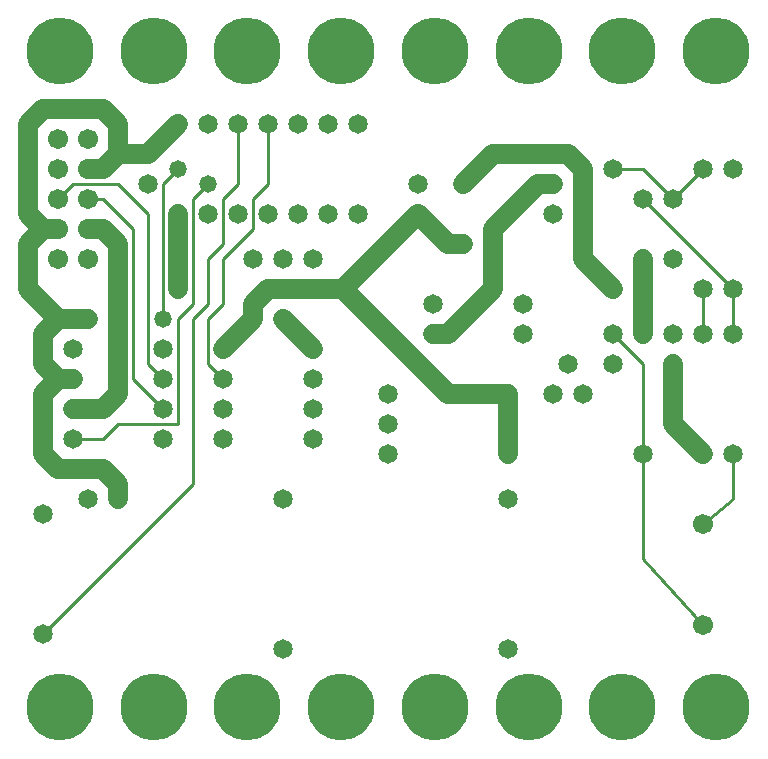
<source format=gtl>
%MOIN*%
%FSLAX25Y25*%
G04 D10 used for Character Trace; *
G04     Circle (OD=.01000) (No hole)*
G04 D11 used for Power Trace; *
G04     Circle (OD=.06500) (No hole)*
G04 D12 used for Signal Trace; *
G04     Circle (OD=.01100) (No hole)*
G04 D13 used for Via; *
G04     Circle (OD=.05800) (Round. Hole ID=.02800)*
G04 D14 used for Component hole; *
G04     Circle (OD=.06500) (Round. Hole ID=.03500)*
G04 D15 used for Component hole; *
G04     Circle (OD=.06700) (Round. Hole ID=.04300)*
G04 D16 used for Component hole; *
G04     Circle (OD=.08100) (Round. Hole ID=.05100)*
G04 D17 used for Component hole; *
G04     Circle (OD=.08900) (Round. Hole ID=.05900)*
G04 D18 used for Component hole; *
G04     Circle (OD=.11300) (Round. Hole ID=.08300)*
G04 D19 used for Component hole; *
G04     Circle (OD=.16000) (Round. Hole ID=.13000)*
G04 D20 used for Component hole; *
G04     Circle (OD=.18300) (Round. Hole ID=.15300)*
G04 D21 used for Component hole; *
G04     Circle (OD=.22291) (Round. Hole ID=.19291)*
%ADD10C,.01000*%
%ADD11C,.06500*%
%ADD12C,.01100*%
%ADD13C,.05800*%
%ADD14C,.06500*%
%ADD15C,.06700*%
%ADD16C,.08100*%
%ADD17C,.08900*%
%ADD18C,.11300*%
%ADD19C,.16000*%
%ADD20C,.18300*%
%ADD21C,.22291*%
%IPPOS*%
%LPD*%
G90*X0Y0D02*D21*X15625Y15625D03*D14*              
X10000Y40000D03*D12*X60000Y90000D01*Y145000D01*   
X65000Y150000D01*Y165000D01*X70000Y170000D01*     
Y185000D01*X75000Y190000D01*Y210000D01*D14*D03*   
X85000D03*D12*Y190000D01*X80000Y185000D01*        
Y175000D01*X70000Y165000D01*Y150000D01*           
X65000Y145000D01*Y130000D01*X70000Y125000D01*D14* 
D03*Y135000D03*D11*X80000Y145000D01*D14*D03*D11*  
Y150000D01*X85000Y155000D01*X110000D01*           
X145000Y120000D01*X165000D01*D14*D03*D11*         
Y110000D01*D14*D03*D11*Y100000D01*D14*D03*        
Y85000D03*X180000Y120000D03*X190000D03*           
X185000Y130000D03*X200000D03*Y140000D03*D12*      
X210000Y130000D01*Y100000D01*D14*D03*D12*         
Y65000D01*X230000Y43200D01*D15*D03*D21*           
X203125Y15625D03*D15*X230000Y76800D03*D12*        
X240000Y85000D01*Y100000D01*D14*D03*X230000D03*   
D11*X220000Y110000D01*Y130000D01*D14*D03*         
X230000Y140000D03*D12*Y155000D01*D14*D03*         
X220000Y165000D03*X240000Y155000D03*D12*          
Y140000D01*D14*D03*D12*Y155000D02*                
X210000Y185000D01*D14*D03*X200000Y195000D03*D12*  
X210000D01*X220000Y185000D01*D14*D03*D12*         
X230000Y195000D01*D14*D03*X240000D03*             
X210000Y165000D03*D11*Y140000D01*D14*D03*         
X220000D03*X200000Y155000D03*D11*                 
X190000Y165000D01*Y195000D01*X185000Y200000D01*   
X160000D01*X150000Y190000D01*D14*D03*X135000D03*  
Y180000D03*D11*X110000Y155000D01*D14*             
X100000Y165000D03*X90000D03*X100000Y135000D03*D11*
X90000Y145000D01*D14*D03*X80000Y165000D03*        
X100000Y125000D03*X70000Y115000D03*D12*           
X55000Y145000D02*X60000Y150000D01*                
X55000Y110000D02*Y145000D01*X35000Y110000D02*     
X55000D01*X30000Y105000D02*X35000Y110000D01*      
X20000Y105000D02*X30000D01*D14*X20000D03*D11*     
X35000Y90000D02*X30000Y95000D01*X35000Y85000D02*  
Y90000D01*D14*Y85000D03*X25000D03*D11*            
X15000Y95000D02*X30000D01*X15000D02*              
X10000Y100000D01*Y120000D01*X15000Y125000D01*     
X20000D01*D14*D03*D11*X15000D02*X10000Y130000D01* 
Y140000D01*X15000Y145000D01*X25000D01*D14*D03*    
X20000Y135000D03*X35000Y145000D03*D11*Y120000D01* 
X30000Y115000D01*X20000D01*D14*D03*D12*X50000D02* 
X40000Y125000D01*D14*X50000Y115000D03*D12*        
X40000Y125000D02*Y175000D01*X30000Y185000D01*     
X25000D01*D15*D03*D12*X15000D02*X20000Y190000D01* 
D15*X15000Y185000D03*D12*X20000Y190000D02*        
X35000D01*X45000Y180000D01*Y130000D01*            
X50000Y125000D01*D14*D03*Y135000D03*              
X70000Y105000D03*D13*X50000Y145000D03*D12*        
Y190000D01*X55000Y195000D01*D13*D03*              
X65000Y190000D03*D12*X60000Y185000D01*Y150000D01* 
D13*X55000Y155000D03*D11*Y180000D01*D14*D03*      
X45000Y190000D03*X65000Y180000D03*D11*            
X30000Y195000D02*X35000Y200000D01*                
X25000Y195000D02*X30000D01*D15*X25000D03*         
X15000Y205000D03*X25000D03*X15000Y195000D03*D11*  
X35000Y200000D02*X45000D01*D14*D03*D11*           
X55000Y210000D01*D14*D03*X65000D03*D11*           
X35000Y200000D02*Y210000D01*X30000Y215000D01*     
X10000D01*X5000Y210000D01*Y180000D01*             
X10000Y175000D01*X5000Y170000D01*Y155000D01*      
X15000Y145000D01*D15*X25000Y165000D03*D11*        
X35000Y145000D02*Y170000D01*X30000Y175000D01*     
X25000D01*D15*D03*X15000Y165000D03*Y175000D03*D11*
X10000D01*D21*X46875Y234375D03*X15625D03*D14*     
X75000Y180000D03*X50000Y105000D03*D21*            
X78125Y234375D03*D14*X85000Y180000D03*X95000D03*  
Y210000D03*X100000Y105000D03*Y115000D03*          
X90000Y85000D03*X10000Y80000D03*X105000Y180000D03*
Y210000D03*D21*X109375Y234375D03*D14*             
X115000Y180000D03*Y210000D03*X125000Y100000D03*   
Y110000D03*Y120000D03*D11*X145000Y170000D02*      
X135000Y180000D01*X145000Y170000D02*X150000D01*   
D14*D03*D11*X160000Y155000D02*Y175000D01*         
X145000Y140000D02*X160000Y155000D01*              
X140000Y140000D02*X145000D01*D14*X140000D03*      
Y150000D03*X170000Y140000D03*Y150000D03*D11*      
X160000Y175000D02*X175000Y190000D01*X180000D01*   
D14*D03*Y180000D03*D21*X203125Y234375D03*         
X171875D03*X140625D03*X234375D03*D14*             
X90000Y35000D03*X165000D03*D21*X46875Y15625D03*   
X78125D03*X109375D03*X140625D03*X171875D03*       
X234375D03*M02*                                   

</source>
